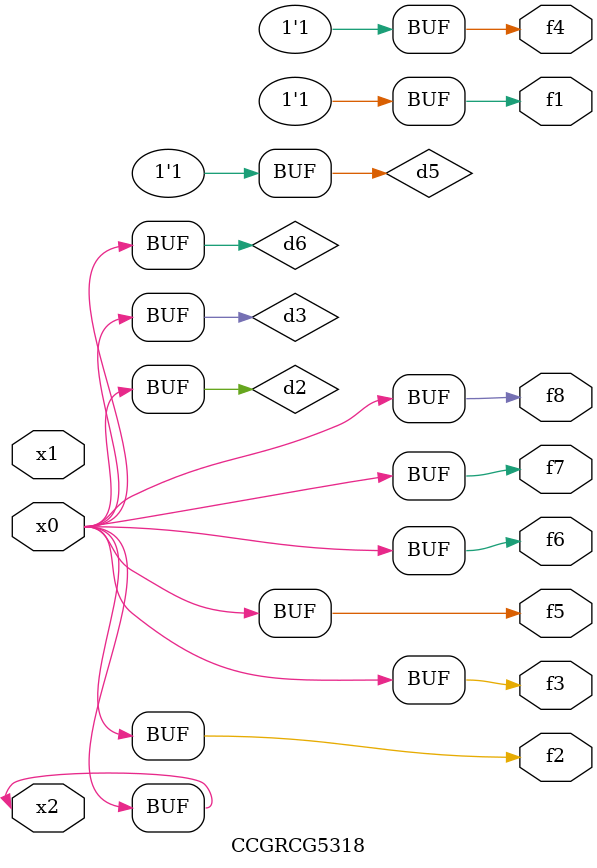
<source format=v>
module CCGRCG5318(
	input x0, x1, x2,
	output f1, f2, f3, f4, f5, f6, f7, f8
);

	wire d1, d2, d3, d4, d5, d6;

	xnor (d1, x2);
	buf (d2, x0, x2);
	and (d3, x0);
	xnor (d4, x1, x2);
	nand (d5, d1, d3);
	buf (d6, d2, d3);
	assign f1 = d5;
	assign f2 = d6;
	assign f3 = d6;
	assign f4 = d5;
	assign f5 = d6;
	assign f6 = d6;
	assign f7 = d6;
	assign f8 = d6;
endmodule

</source>
